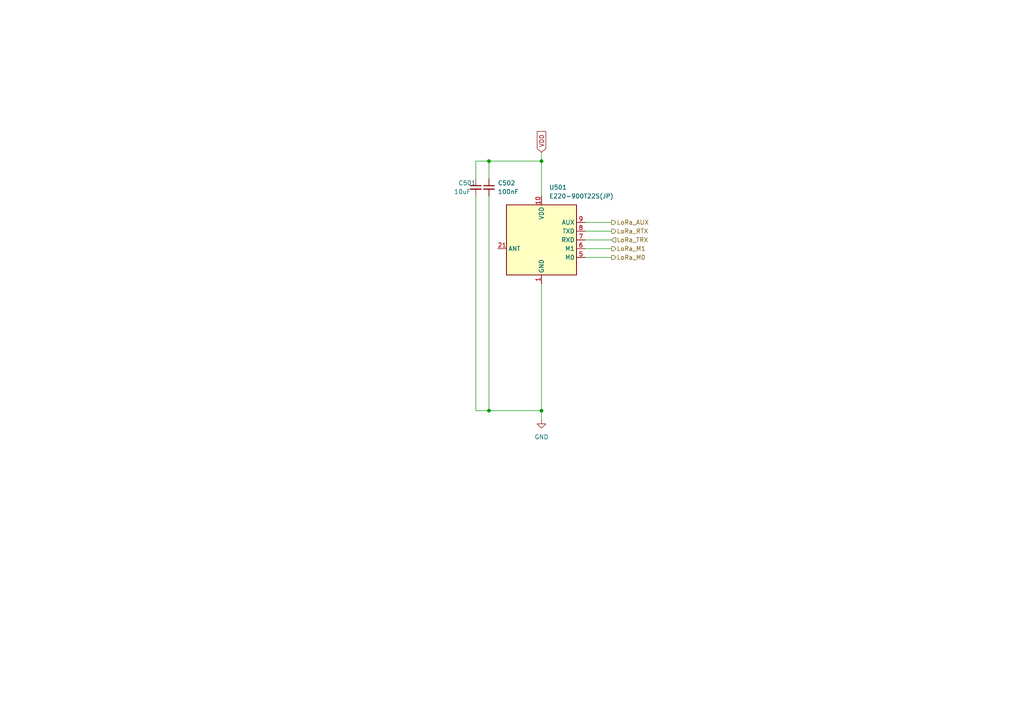
<source format=kicad_sch>
(kicad_sch (version 20231120) (generator "eeschema") (generator_version "8.0")
  (paper "A4")
  (lib_symbols
    (symbol "Device:C_Small" (pin_numbers hide) (pin_names (offset 0.254) hide)
      (property "Reference" "C" (at 0.254 1.778 0))
      (property "Value" "C_Small" (at 0.254 -2.032 0))
      (symbol "C_Small_0_1"
        (polyline (pts (xy -1.524 -0.508) (xy 1.524 -0.508)) (stroke (width 0.3302)))
        (polyline (pts (xy -1.524 0.508) (xy 1.524 0.508)) (stroke (width 0.3048)))
      )
      (symbol "C_Small_1_1"
        (pin passive line (at 0 2.54 270) (length 2.032) (name "~") (number "1"))
        (pin passive line (at 0 -2.54 90) (length 2.032) (name "~") (number "2"))
      )
    )
    (symbol "RF_Module_additional:E220-900T22S(JP)"
      (property "Reference" "U" (at -8.89 11.43 0))
      (property "Value" "E220-900T22S(JP)" (at 11.43 11.43 0))
      (symbol "E220-900T22S(JP)_0_1"
        (rectangle (start -10.16 10.16) (end 10.16 -10.16) (stroke (width 0.254)) (fill (type background)))
      )
      (symbol "E220-900T22S(JP)_1_1"
        (pin power_in line (at 0 -12.7 90) (length 2.54) (name "GND") (number "1"))
        (pin power_in line (at 0 12.7 270) (length 2.54) (name "VDD") (number "10"))
        (pin passive line (at 0 -12.7 90) (length 2.54) hide (name "GND") (number "11"))
        (pin passive line (at 0 -12.7 90) (length 2.54) hide (name "GND") (number "13"))
        (pin passive line (at 0 -12.7 90) (length 2.54) hide (name "GND") (number "19"))
        (pin passive line (at 0 -12.7 90) (length 2.54) hide (name "GND") (number "2"))
        (pin passive line (at 0 -12.7 90) (length 2.54) hide (name "GND") (number "20"))
        (pin power_in line (at -12.7 -2.54 0) (length 2.54) (name "ANT") (number "21"))
        (pin passive line (at 0 -12.7 90) (length 2.54) hide (name "GND") (number "22"))
        (pin passive line (at 0 -12.7 90) (length 2.54) hide (name "GND") (number "3"))
        (pin passive line (at 0 -12.7 90) (length 2.54) hide (name "GND") (number "4"))
        (pin input line (at 12.7 -5.08 180) (length 2.54) (name "M0") (number "5"))
        (pin input line (at 12.7 -2.54 180) (length 2.54) (name "M1") (number "6"))
        (pin input line (at 12.7 0 180) (length 2.54) (name "RXD") (number "7"))
        (pin output line (at 12.7 2.54 180) (length 2.54) (name "TXD") (number "8"))
        (pin output line (at 12.7 5.08 180) (length 2.54) (name "AUX") (number "9"))
      )
    )
    (symbol "power:GND" (power) (pin_names (offset 0))
      (property "Value" "GND" (at 0 -3.81 0))
      (symbol "GND_0_1"
        (polyline (pts (xy 0 0) (xy 0 -1.27) (xy 1.27 -1.27) (xy 0 -2.54) (xy -1.27 -1.27) (xy 0 -1.27)))
      )
      (symbol "GND_1_1"
        (pin power_in line (at 0 0 270) (length 0) hide (name "GND") (number "1"))
      )
    )
  )
  (junction (at 141.8183 46.7278))
  (junction (at 157.0583 46.7278))
  (junction (at 157.0583 119.1178))
  (junction (at 141.8183 119.1178))
  (wire (pts (xy 169.7583 74.6678) (xy 177.3783 74.6678)))
  (wire (pts (xy 141.8183 46.7278) (xy 141.8183 51.8078)))
  (wire (pts (xy 177.3783 67.0478) (xy 169.7583 67.0478)))
  (wire (pts (xy 157.0583 46.7278) (xy 157.0583 56.8878)))
  (wire (pts (xy 169.7583 69.5878) (xy 177.3783 69.5878)))
  (wire (pts (xy 138.0083 46.7278) (xy 141.8183 46.7278)))
  (wire (pts (xy 138.0083 119.1178) (xy 141.8183 119.1178)))
  (wire (pts (xy 169.7583 64.5078) (xy 177.3783 64.5078)))
  (wire (pts (xy 177.3783 72.1278) (xy 169.7583 72.1278)))
  (wire (pts (xy 138.0083 56.8878) (xy 138.0083 119.1178)))
  (wire (pts (xy 157.0583 119.1178) (xy 157.0583 121.6578)))
  (wire (pts (xy 157.0583 82.2878) (xy 157.0583 119.1178)))
  (wire (pts (xy 138.0083 51.8078) (xy 138.0083 46.7278)))
  (wire (pts (xy 141.8183 46.7278) (xy 157.0583 46.7278)))
  (wire (pts (xy 141.8183 119.1178) (xy 157.0583 119.1178)))
  (wire (pts (xy 157.0583 44.1878) (xy 157.0583 46.7278)))
  (wire (pts (xy 141.8183 56.8878) (xy 141.8183 119.1178)))
  (global_label "VDD" (shape input) (at 157.0583 44.1878 90) (property "Intersheetrefs" "${INTERSHEET_REFS}" (effects (hide yes))))
  (hierarchical_label "LoRa_RTX" (shape output) (at 177.3783 67.0478 0))
  (hierarchical_label "LoRa_M0" (shape output) (at 177.3783 74.6678 0))
  (hierarchical_label "LoRa_AUX" (shape output) (at 177.3783 64.5078 0))
  (hierarchical_label "LoRa_TRX" (shape input) (at 177.3783 69.5878 0))
  (hierarchical_label "LoRa_M1" (shape output) (at 177.3783 72.1278 0))
  (symbol (lib_id "Device:C_Small") (at 138.0083 54.3478 0) (unit 1)
    (property "Reference" "C501" (at 132.9283 53.0778 0) (effects (justify left)))
    (property "Value" "10uF" (at 131.6583 55.6178 0) (effects (justify left)))
    (property "Footprint" "Capacitor_SMD:C_0603_1608Metric" (effects (hide yes)))
    (property "LCSC" "C96446" (effects (hide yes)))
  )
  (symbol (lib_id "RF_Module_additional:E220-900T22S(JP)") (at 157.0583 69.5878 0) (unit 1)
    (property "Reference" "U501" (at 159.2524 54.3478 0) (effects (justify left)))
    (property "Value" "E220-900T22S(JP)" (at 159.2524 56.8878 0) (effects (justify left)))
    (property "Footprint" "WOBCLibrary:E220-900T22S(JP)" (effects (hide yes)))
    (property "Datasheet" "https://dragon-torch.tech/wp-content/uploads/2023/05/data_sheet_Rev1.4.pdf" (effects (hide yes)))
  )
  (symbol (lib_id "Device:C_Small") (at 141.8183 54.3478 0) (unit 1)
    (property "Reference" "C502" (at 144.3583 53.0841 0) (effects (justify left)))
    (property "Value" "100nF" (at 144.3583 55.6178 0) (effects (justify left)))
    (property "Footprint" "Capacitor_SMD:C_0402_1005Metric" (effects (hide yes)))
    (property "LCSC" "C1525" (effects (hide yes)))
  )
  (symbol (lib_id "power:GND") (at 157.0583 121.6578 0) (unit 1)
    (property "Reference" "#PWR0501" (effects (hide yes)))
    (property "Value" "GND" (at 157.0583 126.7378 0))
  )
)
</source>
